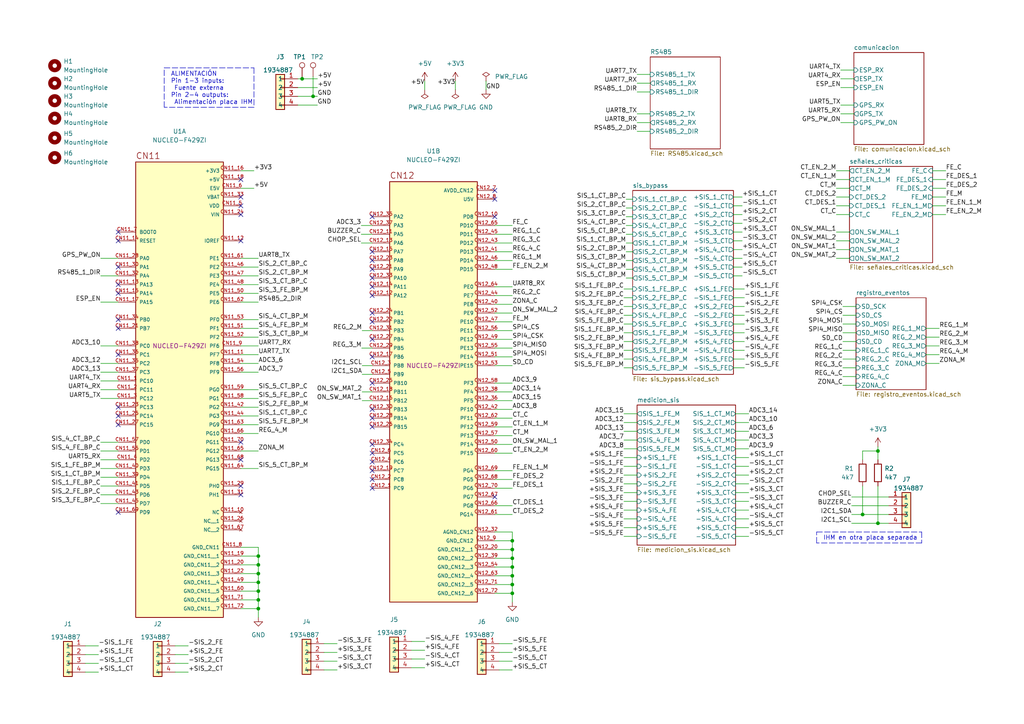
<source format=kicad_sch>
(kicad_sch (version 20211123) (generator eeschema)
  (paper "A4")
  (title_block (title "SAL/T") (date "2024-04-12") (rev "1.4") (company "Universidad de Buenos Aires") (comment 1 "Revisor: Adrian Laiuppa") (comment 2 "Autor: Martín Anús") (comment 3 "Placa principal"))
  (junction (at 74.93 166.37))
  (junction (at 148.59 164.465))
  (junction (at 74.93 168.91))
  (junction (at 90.805 27.94))
  (junction (at 74.93 176.53))
  (junction (at 74.93 161.29))
  (junction (at 148.59 156.845))
  (junction (at 148.59 169.545))
  (junction (at 87.63 22.86))
  (junction (at 254.635 130.81))
  (junction (at 74.93 173.99))
  (junction (at 148.59 161.925))
  (junction (at 74.93 171.45))
  (junction (at 148.59 167.005))
  (junction (at 254.635 151.765))
  (junction (at 148.59 159.385))
  (junction (at 250.19 149.225))
  (junction (at 148.59 172.085))
  (junction (at 74.93 163.83))
  (no_connect (at 69.85 128.27))
  (no_connect (at 34.29 102.87))
  (no_connect (at 107.95 85.725))
  (no_connect (at 34.29 148.59))
  (no_connect (at 107.95 98.425))
  (no_connect (at 34.29 95.25))
  (no_connect (at 107.95 139.065))
  (no_connect (at 34.29 82.55))
  (no_connect (at 69.85 52.07))
  (no_connect (at 34.29 69.85))
  (no_connect (at 34.29 123.19))
  (no_connect (at 107.95 62.865))
  (no_connect (at 143.51 57.785))
  (no_connect (at 143.51 62.865))
  (no_connect (at 107.95 131.445))
  (no_connect (at 143.51 144.145))
  (no_connect (at 69.85 133.35))
  (no_connect (at 107.95 90.805))
  (no_connect (at 34.29 67.31))
  (no_connect (at 107.95 73.025))
  (no_connect (at 107.95 83.185))
  (no_connect (at 107.95 133.985))
  (no_connect (at 69.85 59.69))
  (no_connect (at 107.95 103.505))
  (no_connect (at 107.95 121.285))
  (no_connect (at 34.29 120.65))
  (no_connect (at 107.95 93.345))
  (no_connect (at 107.95 128.905))
  (no_connect (at 69.85 57.15))
  (no_connect (at 34.29 118.11))
  (no_connect (at 34.29 85.09))
  (no_connect (at 143.51 55.245))
  (no_connect (at 34.29 92.71))
  (no_connect (at 69.85 69.85))
  (no_connect (at 34.29 77.47))
  (no_connect (at 107.95 75.565))
  (no_connect (at 69.85 143.51))
  (no_connect (at 107.95 78.105))
  (no_connect (at 69.85 140.97))
  (no_connect (at 107.95 118.745))
  (no_connect (at 107.95 80.645))
  (no_connect (at 69.85 62.23))
  (no_connect (at 107.95 111.125))
  (no_connect (at 107.95 136.525))
  (no_connect (at 107.95 123.825))
  (no_connect (at 107.95 141.605))
  (wire (pts (xy 148.59 186.69) (xy 144.78 186.69)))
  (wire (pts (xy 29.21 128.27) (xy 34.29 128.27)))
  (wire (pts (xy 213.36 147.955) (xy 217.17 147.955)))
  (polyline (pts (xy 236.855 157.48) (xy 236.855 154.305)))
  (wire (pts (xy 212.725 101.6) (xy 215.9 101.6)))
  (wire (pts (xy 92.075 30.48) (xy 86.36 30.48)))
  (wire (pts (xy 74.93 100.33) (xy 69.85 100.33)))
  (wire (pts (xy 74.93 130.81) (xy 69.85 130.81)))
  (wire (pts (xy 74.93 85.09) (xy 69.85 85.09)))
  (wire (pts (xy 105.029 113.665) (xy 107.95 113.665)))
  (wire (pts (xy 148.59 154.305) (xy 148.59 156.845)))
  (wire (pts (xy 74.93 176.53) (xy 74.93 179.07)))
  (wire (pts (xy 105.029 116.205) (xy 107.95 116.205)))
  (wire (pts (xy 74.93 77.47) (xy 69.85 77.47)))
  (wire (pts (xy 212.725 80.01) (xy 215.265 80.01)))
  (wire (pts (xy 254.635 129.54) (xy 254.635 130.81)))
  (wire (pts (xy 244.475 88.9) (xy 248.285 88.9)))
  (wire (pts (xy 148.59 156.845) (xy 148.59 159.385)))
  (wire (pts (xy 242.57 67.31) (xy 246.38 67.31)))
  (wire (pts (xy 250.19 130.81) (xy 250.19 133.35)))
  (wire (pts (xy 148.59 136.525) (xy 143.51 136.525)))
  (wire (pts (xy 74.93 97.79) (xy 69.85 97.79)))
  (wire (pts (xy 29.21 146.05) (xy 34.29 146.05)))
  (wire (pts (xy 242.57 57.15) (xy 246.38 57.15)))
  (wire (pts (xy 54.61 189.865) (xy 50.8 189.865)))
  (wire (pts (xy 148.59 121.285) (xy 143.51 121.285)))
  (wire (pts (xy 123.19 193.675) (xy 119.38 193.675)))
  (wire (pts (xy 148.59 167.005) (xy 143.51 167.005)))
  (wire (pts (xy 74.93 166.37) (xy 74.93 168.91)))
  (wire (pts (xy 184.785 38.1) (xy 188.595 38.1)))
  (wire (pts (xy 148.59 103.505) (xy 143.51 103.505)))
  (wire (pts (xy 212.725 77.47) (xy 215.265 77.47)))
  (wire (pts (xy 242.57 49.53) (xy 246.38 49.53)))
  (wire (pts (xy 148.59 100.965) (xy 143.51 100.965)))
  (wire (pts (xy 28.575 187.325) (xy 24.765 187.325)))
  (wire (pts (xy 148.59 167.005) (xy 148.59 169.545)))
  (wire (pts (xy 74.93 158.75) (xy 69.85 158.75)))
  (wire (pts (xy 250.19 149.225) (xy 247.015 149.225)))
  (wire (pts (xy 148.59 78.105) (xy 143.51 78.105)))
  (wire (pts (xy 268.605 102.87) (xy 272.415 102.87)))
  (wire (pts (xy 217.17 122.555) (xy 213.36 122.555)))
  (wire (pts (xy 184.785 142.875) (xy 180.975 142.875)))
  (wire (pts (xy 148.59 159.385) (xy 143.51 159.385)))
  (wire (pts (xy 148.59 67.945) (xy 143.51 67.945)))
  (wire (pts (xy 242.57 69.85) (xy 246.38 69.85)))
  (wire (pts (xy 74.93 92.71) (xy 69.85 92.71)))
  (wire (pts (xy 213.36 155.575) (xy 217.17 155.575)))
  (wire (pts (xy 243.84 20.32) (xy 247.65 20.32)))
  (wire (pts (xy 212.725 96.52) (xy 215.9 96.52)))
  (wire (pts (xy 74.93 176.53) (xy 69.85 176.53)))
  (wire (pts (xy 29.21 105.41) (xy 34.29 105.41)))
  (wire (pts (xy 54.61 192.405) (xy 50.8 192.405)))
  (wire (pts (xy 92.075 22.86) (xy 87.63 22.86)))
  (wire (pts (xy 184.785 135.255) (xy 180.975 135.255)))
  (wire (pts (xy 244.475 91.44) (xy 248.285 91.44)))
  (wire (pts (xy 212.725 99.06) (xy 215.9 99.06)))
  (wire (pts (xy 74.93 123.19) (xy 69.85 123.19)))
  (wire (pts (xy 34.29 138.43) (xy 29.21 138.43)))
  (wire (pts (xy 104.775 65.405) (xy 107.95 65.405)))
  (wire (pts (xy 270.51 62.23) (xy 274.32 62.23)))
  (wire (pts (xy 123.19 188.595) (xy 119.38 188.595)))
  (wire (pts (xy 29.21 110.49) (xy 34.29 110.49)))
  (wire (pts (xy 97.79 189.23) (xy 93.98 189.23)))
  (wire (pts (xy 181.61 78.105) (xy 183.515 78.105)))
  (wire (pts (xy 212.725 83.82) (xy 215.9 83.82)))
  (wire (pts (xy 148.59 98.425) (xy 143.51 98.425)))
  (wire (pts (xy 213.36 125.095) (xy 217.17 125.095)))
  (wire (pts (xy 247.015 151.765) (xy 254.635 151.765)))
  (wire (pts (xy 148.59 139.065) (xy 143.51 139.065)))
  (wire (pts (xy 74.93 163.83) (xy 74.93 166.37)))
  (wire (pts (xy 212.725 62.23) (xy 215.265 62.23)))
  (wire (pts (xy 180.975 96.52) (xy 183.515 96.52)))
  (wire (pts (xy 268.605 100.33) (xy 272.415 100.33)))
  (wire (pts (xy 270.51 49.53) (xy 274.32 49.53)))
  (wire (pts (xy 217.17 127.635) (xy 213.36 127.635)))
  (wire (pts (xy 181.61 70.485) (xy 183.515 70.485)))
  (wire (pts (xy 148.59 191.77) (xy 144.78 191.77)))
  (wire (pts (xy 268.605 97.79) (xy 272.415 97.79)))
  (wire (pts (xy 148.59 83.185) (xy 143.51 83.185)))
  (wire (pts (xy 29.21 135.89) (xy 34.29 135.89)))
  (wire (pts (xy 69.85 54.61) (xy 73.66 54.61)))
  (wire (pts (xy 270.51 54.61) (xy 274.32 54.61)))
  (wire (pts (xy 148.59 164.465) (xy 143.51 164.465)))
  (wire (pts (xy 213.36 153.035) (xy 217.17 153.035)))
  (wire (pts (xy 148.59 169.545) (xy 148.59 172.085)))
  (wire (pts (xy 148.59 164.465) (xy 148.59 167.005)))
  (wire (pts (xy 180.975 130.175) (xy 184.785 130.175)))
  (wire (pts (xy 184.785 132.715) (xy 180.975 132.715)))
  (wire (pts (xy 212.725 106.68) (xy 215.9 106.68)))
  (wire (pts (xy 148.59 75.565) (xy 143.51 75.565)))
  (wire (pts (xy 148.59 65.405) (xy 143.51 65.405)))
  (wire (pts (xy 148.59 85.725) (xy 143.51 85.725)))
  (wire (pts (xy 148.59 159.385) (xy 148.59 161.925)))
  (wire (pts (xy 29.21 115.57) (xy 34.29 115.57)))
  (wire (pts (xy 212.725 59.69) (xy 215.265 59.69)))
  (wire (pts (xy 212.725 104.14) (xy 215.9 104.14)))
  (wire (pts (xy 148.59 113.665) (xy 143.51 113.665)))
  (wire (pts (xy 243.84 22.86) (xy 247.65 22.86)))
  (wire (pts (xy 247.015 144.145) (xy 257.81 144.145)))
  (wire (pts (xy 28.575 189.865) (xy 24.765 189.865)))
  (wire (pts (xy 268.605 105.41) (xy 272.415 105.41)))
  (wire (pts (xy 54.61 194.945) (xy 50.8 194.945)))
  (wire (pts (xy 69.85 113.03) (xy 74.93 113.03)))
  (wire (pts (xy 180.975 104.14) (xy 183.515 104.14)))
  (wire (pts (xy 184.785 155.575) (xy 180.975 155.575)))
  (wire (pts (xy 244.475 93.98) (xy 248.285 93.98)))
  (wire (pts (xy 148.59 95.885) (xy 143.51 95.885)))
  (wire (pts (xy 74.93 173.99) (xy 74.93 176.53)))
  (wire (pts (xy 243.84 33.02) (xy 247.65 33.02)))
  (wire (pts (xy 213.36 142.875) (xy 217.17 142.875)))
  (wire (pts (xy 217.17 130.175) (xy 213.36 130.175)))
  (wire (pts (xy 244.475 101.6) (xy 248.285 101.6)))
  (wire (pts (xy 97.79 194.31) (xy 93.98 194.31)))
  (wire (pts (xy 180.975 83.82) (xy 183.515 83.82)))
  (wire (pts (xy 212.725 86.36) (xy 215.9 86.36)))
  (wire (pts (xy 181.61 67.945) (xy 183.515 67.945)))
  (wire (pts (xy 181.61 57.785) (xy 183.515 57.785)))
  (wire (pts (xy 74.93 95.25) (xy 69.85 95.25)))
  (wire (pts (xy 213.36 132.715) (xy 217.17 132.715)))
  (wire (pts (xy 28.575 192.405) (xy 24.765 192.405)))
  (wire (pts (xy 184.785 33.02) (xy 188.595 33.02)))
  (wire (pts (xy 212.725 91.44) (xy 215.9 91.44)))
  (wire (pts (xy 105.029 95.885) (xy 107.95 95.885)))
  (wire (pts (xy 92.075 25.4) (xy 86.36 25.4)))
  (wire (pts (xy 148.59 111.125) (xy 143.51 111.125)))
  (wire (pts (xy 148.59 172.085) (xy 143.51 172.085)))
  (wire (pts (xy 242.57 59.69) (xy 246.38 59.69)))
  (wire (pts (xy 74.93 120.65) (xy 69.85 120.65)))
  (wire (pts (xy 184.785 24.13) (xy 188.595 24.13)))
  (wire (pts (xy 123.19 191.135) (xy 119.38 191.135)))
  (wire (pts (xy 74.93 171.45) (xy 69.85 171.45)))
  (wire (pts (xy 212.725 72.39) (xy 215.265 72.39)))
  (polyline (pts (xy 267.335 154.305) (xy 267.335 157.48)))
  (wire (pts (xy 213.36 145.415) (xy 217.17 145.415)))
  (wire (pts (xy 74.93 158.75) (xy 74.93 161.29)))
  (wire (pts (xy 181.61 75.565) (xy 183.515 75.565)))
  (wire (pts (xy 97.79 191.77) (xy 93.98 191.77)))
  (wire (pts (xy 244.475 109.22) (xy 248.285 109.22)))
  (wire (pts (xy 180.975 127.635) (xy 184.785 127.635)))
  (wire (pts (xy 254.635 140.97) (xy 254.635 151.765)))
  (wire (pts (xy 74.93 161.29) (xy 74.93 163.83)))
  (wire (pts (xy 92.075 27.94) (xy 90.805 27.94)))
  (wire (pts (xy 87.63 22.86) (xy 86.36 22.86)))
  (wire (pts (xy 180.975 125.095) (xy 184.785 125.095)))
  (wire (pts (xy 104.902 100.965) (xy 107.95 100.965)))
  (wire (pts (xy 123.19 23.495) (xy 123.19 26.035)))
  (polyline (pts (xy 73.66 19.685) (xy 73.66 31.115)))
  (wire (pts (xy 74.93 105.41) (xy 69.85 105.41)))
  (wire (pts (xy 74.93 107.95) (xy 69.85 107.95)))
  (wire (pts (xy 140.97 26.035) (xy 140.97 23.495)))
  (wire (pts (xy 180.975 99.06) (xy 183.515 99.06)))
  (wire (pts (xy 74.93 161.29) (xy 69.85 161.29)))
  (wire (pts (xy 242.57 62.23) (xy 246.38 62.23)))
  (wire (pts (xy 212.725 74.93) (xy 215.265 74.93)))
  (wire (pts (xy 29.21 87.63) (xy 34.29 87.63)))
  (wire (pts (xy 254.635 130.81) (xy 250.19 130.81)))
  (wire (pts (xy 29.21 130.81) (xy 34.29 130.81)))
  (wire (pts (xy 242.57 54.61) (xy 246.38 54.61)))
  (wire (pts (xy 213.36 150.495) (xy 217.17 150.495)))
  (wire (pts (xy 180.975 86.36) (xy 183.515 86.36)))
  (wire (pts (xy 74.93 102.87) (xy 69.85 102.87)))
  (wire (pts (xy 244.475 111.76) (xy 248.285 111.76)))
  (wire (pts (xy 148.59 169.545) (xy 143.51 169.545)))
  (wire (pts (xy 181.61 65.405) (xy 183.515 65.405)))
  (wire (pts (xy 184.785 153.035) (xy 180.975 153.035)))
  (wire (pts (xy 213.36 135.255) (xy 217.17 135.255)))
  (wire (pts (xy 74.93 80.01) (xy 69.85 80.01)))
  (wire (pts (xy 148.59 194.31) (xy 144.78 194.31)))
  (wire (pts (xy 180.975 93.98) (xy 183.515 93.98)))
  (wire (pts (xy 212.725 69.85) (xy 215.265 69.85)))
  (wire (pts (xy 29.21 107.95) (xy 34.29 107.95)))
  (wire (pts (xy 74.93 118.11) (xy 69.85 118.11)))
  (wire (pts (xy 244.475 104.14) (xy 248.285 104.14)))
  (wire (pts (xy 212.725 57.15) (xy 215.265 57.15)))
  (wire (pts (xy 90.805 27.94) (xy 86.36 27.94)))
  (wire (pts (xy 181.61 62.865) (xy 183.515 62.865)))
  (wire (pts (xy 148.59 189.23) (xy 144.78 189.23)))
  (wire (pts (xy 29.21 74.93) (xy 34.29 74.93)))
  (wire (pts (xy 148.59 118.745) (xy 143.51 118.745)))
  (wire (pts (xy 28.575 194.945) (xy 24.765 194.945)))
  (wire (pts (xy 97.79 186.69) (xy 93.98 186.69)))
  (polyline (pts (xy 47.625 31.115) (xy 47.625 19.685)))
  (polyline (pts (xy 236.855 154.305) (xy 267.335 154.305)))
  (wire (pts (xy 148.59 156.845) (xy 143.51 156.845)))
  (wire (pts (xy 29.21 143.51) (xy 34.29 143.51)))
  (wire (pts (xy 242.57 74.93) (xy 246.38 74.93)))
  (polyline (pts (xy 47.625 19.685) (xy 73.66 19.685)))
  (wire (pts (xy 69.85 49.53) (xy 73.66 49.53)))
  (wire (pts (xy 105.029 106.045) (xy 107.95 106.045)))
  (wire (pts (xy 148.59 149.225) (xy 143.51 149.225)))
  (wire (pts (xy 29.21 140.97) (xy 34.29 140.97)))
  (wire (pts (xy 243.84 25.4) (xy 247.65 25.4)))
  (wire (pts (xy 184.785 140.335) (xy 180.975 140.335)))
  (wire (pts (xy 74.93 115.57) (xy 69.85 115.57)))
  (wire (pts (xy 148.59 146.685) (xy 143.51 146.685)))
  (wire (pts (xy 213.36 140.335) (xy 217.17 140.335)))
  (wire (pts (xy 184.785 150.495) (xy 180.975 150.495)))
  (polyline (pts (xy 73.66 31.115) (xy 47.625 31.115)))
  (wire (pts (xy 148.59 172.085) (xy 148.59 174.625)))
  (wire (pts (xy 29.21 100.33) (xy 34.29 100.33)))
  (polyline (pts (xy 267.335 157.48) (xy 236.855 157.48)))
  (wire (pts (xy 54.61 187.325) (xy 50.8 187.325)))
  (wire (pts (xy 74.93 82.55) (xy 69.85 82.55)))
  (wire (pts (xy 74.93 168.91) (xy 69.85 168.91)))
  (wire (pts (xy 270.51 57.15) (xy 274.32 57.15)))
  (wire (pts (xy 105.029 108.585) (xy 107.95 108.585)))
  (wire (pts (xy 270.51 52.07) (xy 274.32 52.07)))
  (wire (pts (xy 270.51 59.69) (xy 274.32 59.69)))
  (wire (pts (xy 148.59 90.805) (xy 143.51 90.805)))
  (wire (pts (xy 180.975 106.68) (xy 183.515 106.68)))
  (wire (pts (xy 243.84 35.56) (xy 247.65 35.56)))
  (wire (pts (xy 148.59 70.485) (xy 143.51 70.485)))
  (wire (pts (xy 104.775 67.945) (xy 107.95 67.945)))
  (wire (pts (xy 213.36 137.795) (xy 217.17 137.795)))
  (wire (pts (xy 184.785 21.59) (xy 188.595 21.59)))
  (wire (pts (xy 148.59 116.205) (xy 143.51 116.205)))
  (wire (pts (xy 74.93 163.83) (xy 69.85 163.83)))
  (wire (pts (xy 29.21 133.35) (xy 34.29 133.35)))
  (wire (pts (xy 148.59 106.045) (xy 143.51 106.045)))
  (wire (pts (xy 212.725 67.31) (xy 215.265 67.31)))
  (wire (pts (xy 132.08 26.035) (xy 132.08 23.495)))
  (wire (pts (xy 74.93 173.99) (xy 69.85 173.99)))
  (wire (pts (xy 250.19 140.97) (xy 250.19 149.225)))
  (wire (pts (xy 104.775 70.485) (xy 107.95 70.485)))
  (wire (pts (xy 74.93 125.73) (xy 69.85 125.73)))
  (wire (pts (xy 184.785 145.415) (xy 180.975 145.415)))
  (wire (pts (xy 148.59 126.365) (xy 143.51 126.365)))
  (wire (pts (xy 180.975 122.555) (xy 184.785 122.555)))
  (wire (pts (xy 254.635 133.35) (xy 254.635 130.81)))
  (wire (pts (xy 217.17 120.015) (xy 213.36 120.015)))
  (wire (pts (xy 212.725 88.9) (xy 215.9 88.9)))
  (wire (pts (xy 148.59 93.345) (xy 143.51 93.345)))
  (wire (pts (xy 148.59 161.925) (xy 148.59 164.465)))
  (wire (pts (xy 184.785 26.67) (xy 188.595 26.67)))
  (wire (pts (xy 244.475 99.06) (xy 248.285 99.06)))
  (wire (pts (xy 69.85 74.93) (xy 74.93 74.93)))
  (wire (pts (xy 148.59 88.265) (xy 143.51 88.265)))
  (wire (pts (xy 123.19 186.055) (xy 119.38 186.055)))
  (wire (pts (xy 180.975 88.9) (xy 183.515 88.9)))
  (wire (pts (xy 242.57 72.39) (xy 246.38 72.39)))
  (wire (pts (xy 242.57 52.07) (xy 246.38 52.07)))
  (wire (pts (xy 74.93 87.63) (xy 69.85 87.63)))
  (wire (pts (xy 74.93 166.37) (xy 69.85 166.37)))
  (wire (pts (xy 244.475 96.52) (xy 248.285 96.52)))
  (wire (pts (xy 29.21 113.03) (xy 34.29 113.03)))
  (wire (pts (xy 257.81 149.225) (xy 250.19 149.225)))
  (wire (pts (xy 148.59 154.305) (xy 143.51 154.305)))
  (wire (pts (xy 148.59 123.825) (xy 143.51 123.825)))
  (wire (pts (xy 90.805 22.225) (xy 90.805 27.94)))
  (wire (pts (xy 243.84 30.48) (xy 247.65 30.48)))
  (wire (pts (xy 180.975 91.44) (xy 183.515 91.44)))
  (wire (pts (xy 254.635 151.765) (xy 257.81 151.765)))
  (wire (pts (xy 87.63 22.225) (xy 87.63 22.86)))
  (wire (pts (xy 180.975 101.6) (xy 183.515 101.6)))
  (wire (pts (xy 148.59 161.925) (xy 143.51 161.925)))
  (wire (pts (xy 184.785 137.795) (xy 180.975 137.795)))
  (wire (pts (xy 29.21 80.01) (xy 34.29 80.01)))
  (wire (pts (xy 212.725 93.98) (xy 215.9 93.98)))
  (wire (pts (xy 148.59 141.605) (xy 143.51 141.605)))
  (wire (pts (xy 181.61 60.325) (xy 183.515 60.325)))
  (wire (pts (xy 268.605 95.25) (xy 272.415 95.25)))
  (wire (pts (xy 74.93 135.89) (xy 69.85 135.89)))
  (wire (pts (xy 148.59 131.445) (xy 143.51 131.445)))
  (wire (pts (xy 148.59 128.905) (xy 143.51 128.905)))
  (wire (pts (xy 244.475 106.68) (xy 248.285 106.68)))
  (wire (pts (xy 181.61 80.645) (xy 183.515 80.645)))
  (wire (pts (xy 184.785 147.955) (xy 180.975 147.955)))
  (wire (pts (xy 180.975 120.015) (xy 184.785 120.015)))
  (wire (pts (xy 74.93 171.45) (xy 74.93 173.99)))
  (wire (pts (xy 212.725 64.77) (xy 215.265 64.77)))
  (wire (pts (xy 184.785 35.56) (xy 188.595 35.56)))
  (wire (pts (xy 74.93 168.91) (xy 74.93 171.45)))
  (wire (pts (xy 247.015 146.685) (xy 257.81 146.685)))
  (wire (pts (xy 181.61 73.025) (xy 183.515 73.025)))
  (wire (pts (xy 148.59 73.025) (xy 143.51 73.025)))
  (text "ALIMENTACIÓN\nPin 1-3 inputs: \n Fuente externa\nPin 2-4 outputs: \n Alimentación placa IHM" (at 49.53 30.48 0) (effects (font (size 1.27 1.27)) (justify left bottom)))
  (text "(kicad_pcb (version 20211014) (generator pcbnew)\n\n(layers\n  (0 \"F.Cu\" signal)\n  (31 \"B.Cu\" power)\n  (32 \"B.Adhes\" user \"B.Adhesive\")\n  (33 \"F.Adhes\" user \"F.Adhesive\")\n  (34 \"B.Paste\" user)\n  (35 \"F.Paste\" user)\n  (36 \"B.SilkS\" user \"B.Silkscreen\")\n  (37 \"F.SilkS\" user \"F.Silkscreen\")\n  (38 \"B.Mask\" user)\n  (39 \"F.Mask\" user)\n  (40 \"Dwgs.User\" user \"User.Drawings\")\n  (41 \"Cmts.User\" user \"User.Comments\")\n  (42 \"Eco1.User\" user \"User.Eco1\")\n  (43 \"Eco2.User\" user \"User.Eco2\")\n  (44 \"Edge.Cuts\" user)\n  (45 \"Margin\" user)\n  (46 \"B.CrtYd\" user \"B.Courtyard\")\n  (47 \"F.CrtYd\" user \"F.Courtyard\")\n  (48 \"B.Fab\" user)\n  (49 \"F.Fab\" user)\n  (50 \"User.1\" user)\n  (51 \"User.2\" user)\n  (52 \"User.3\" user)\n  (53 \"User.4\" user)\n  (54 \"User.5\" user)\n  (55 \"User.6\" user)\n  (56 \"User.7\" user)\n  (57 \"User.8\" user)\n  (58 \"User.9\" user)\n)\n\n(net 0 \"\")\n(net 1 \"+5V\")\n(net 2 \"GND\")\n(net 3 \"Net-(C5-Pad1)\")\n(net 4 \"+3V3\")\n(net 5 \"/medicion_sis/-5V\")\n(net 6 \"Net-(D7-Pad1)\")\n(net 7 \"Net-(D7-Pad2)\")\n(net 8 \"Net-(D8-Pad1)\")\n(net 9 \"Net-(D9-Pad1)\")\n(net 10 \"Net-(D10-Pad1)\")\n(net 11 \"Net-(D11-Pad1)\")\n(net 12 \"Net-(D12-Pad1)\")\n(net 13 \"Net-(D13-Pad1)\")\n(net 14 \"Net-(D14-Pad1)\")\n(net 15 \"Net-(D15-Pad1)\")\n(net 16 \"Net-(D16-Pad1)\")\n(net 17 \"Net-(D17-Pad1)\")\n(net 18 \"Net-(D18-Pad1)\")\n(net 19 \"Net-(D19-Pad1)\")\n(net 20 \"Net-(D20-Pad1)\")\n(net 21 \"Net-(D21-Pad1)\")\n(net 22 \"Net-(D22-Pad1)\")\n(net 23 \"Net-(D23-Pad1)\")\n(net 24 \"Net-(D24-Pad1)\")\n(net 25 \"Net-(D25-Pad1)\")\n(net 26 \"Net-(D26-Pad1)\")\n(net 27 \"Net-(D27-Pad1)\")\n(net 28 \"Net-(D28-Pad1)\")\n(net 29 \"/GPS_PW_ON\")\n(net 30 \"/SIS_1_FE_BP_C\")\n(net 31 \"/SIS_2_FE_BP_C\")\n(net 32 \"/SIS_3_FE_BP_C\")\n(net 33 \"/SIS_4_FE_BP_C\")\n(net 34 \"/SIS_5_FE_BP_C\")\n(net 35 \"unconnected-(IC2-Pad7)\")\n(net 36 \"unconnected-(IC2-Pad10)\")\n(net 37 \"/CT_C\")\n(net 38 \"/CT_DES_1\")\n(net 39 \"/CT_DES_2\")\n(net 40 \"/FE_C\")\n(net 41 \"/FE_DES_1\")\n(net 42 \"/FE_DES_2\")\n(net 43 \"unconnected-(IC3-Pad7)\")\n(net 44 \"unconnected-(IC3-Pad10)\")\n(net 45 \"/señales_criticas/FE_DES_2_PW\")\n(net 46 \"/señales_criticas/FE_DES_1_PW\")\n(net 47 \"/señales_criticas/FE_C_PW\")\n(net 48 \"/señales_criticas/CT_DES_2_PW\")\n(net 49 \"/señales_criticas/CT_DES_1_PW\")\n(net 50 \"/señales_criticas/CT_C_PW\")\n(net 51 \"/SIS_1_CT_BP_C\")\n(net 52 \"/SIS_2_CT_BP_C\")\n(net 53 \"/SIS_3_CT_BP_C\")\n(net 54 \"/SIS_4_CT_BP_C\")\n(net 55 \"/SIS_5_CT_BP_C\")\n(net 56 \"unconnected-(IC4-Pad6)\")\n(net 57 \"unconnected-(IC4-Pad7)\")\n(net 58 \"unconnected-(IC4-Pad10)\")\n(net 59 \"unconnected-(IC4-Pad11)\")\n(net 60 \"/REG_1_C\")\n(net 61 \"/REG_2_C\")\n(net 62 \"/REG_3_C\")\n(net 63 \"/REG_4_C\")\n(net 64 \"/ZONA_C\")\n(net 65 \"unconnected-(IC5-Pad6)\")\n(net 66 \"unconnected-(IC5-Pad7)\")\n(net 67 \"unconnected-(IC5-Pad10)\")\n(net 68 \"unconnected-(IC5-Pad11)\")\n(net 69 \"/registro_eventos/ZONA_PW\")\n(net 70 \"/registro_eventos/REG_4_PW\")\n(net 71 \"/registro_eventos/REG_3_PW\")\n(net 72 \"/registro_eventos/REG_2_PW\")\n(net 73 \"/registro_eventos/REG_1_PW\")\n(net 74 \"unconnected-(IC6-Pad1)\")\n(net 75 \"Net-(IC6-Pad2)\")\n(net 76 \"Net-(IC6-Pad3)\")\n(net 77 \"/ADC3_9\")\n(net 78 \"unconnected-(IC6-Pad8)\")\n(net 79 \"unconnected-(IC7-Pad1)\")\n(net 80 \"unconnected-(IC7-Pad6)\")\n(net 81 \"unconnected-(IC7-Pad7)\")\n(net 82 \"unconnected-(IC8-Pad1)\")\n(net 83 \"Net-(IC8-Pad2)\")\n(net 84 \"Net-(IC8-Pad3)\")\n(net 85 \"/ADC3_15\")\n(net 86 \"unconnected-(IC8-Pad8)\")\n(net 87 \"unconnected-(IC9-Pad1)\")\n(net 88 \"Net-(IC9-Pad2)\")\n(net 89 \"Net-(IC9-Pad3)\")\n(net 90 \"/ADC3_3\")\n(net 91 \"unconnected-(IC9-Pad8)\")\n(net 92 \"unconnected-(IC10-Pad1)\")\n(net 93 \"Net-(IC10-Pad2)\")\n(net 94 \"Net-(IC10-Pad3)\")\n(net 95 \"/ADC3_6\")\n(net 96 \"unconnected-(IC10-Pad8)\")\n(net 97 \"unconnected-(IC11-Pad1)\")\n(net 98 \"Net-(IC11-Pad2)\")\n(net 99 \"Net-(IC11-Pad3)\")\n(net 100 \"/ADC3_7\")\n(net 101 \"unconnected-(IC11-Pad8)\")\n(net 102 \"unconnected-(IC12-Pad1)\")\n(net 103 \"Net-(IC12-Pad2)\")\n(net 104 \"Net-(IC12-Pad3)\")\n(net 105 \"/ADC3_8\")\n(net 106 \"unconnected-(IC12-Pad8)\")\n(net 107 \"unconnected-(IC13-Pad1)\")\n(net 108 \"Net-(IC13-Pad2)\")\n(net 109 \"Net-(IC13-Pad3)\")\n(net 110 \"/ADC3_10\")\n(net 111 \"unconnected-(IC13-Pad8)\")\n(net 112 \"unconnected-(IC14-Pad1)\")\n(net 113 \"Net-(IC14-Pad2)\")\n(net 114 \"Net-(IC14-Pad3)\")\n(net 115 \"/ADC3_12\")\n(net 116 \"unconnected-(IC14-Pad8)\")\n(net 117 \"unconnected-(IC15-Pad1)\")\n(net 118 \"Net-(IC15-Pad2)\")\n(net 119 \"Net-(IC15-Pad3)\")\n(net 120 \"/ADC3_13\")\n(net 121 \"unconnected-(IC15-Pad8)\")\n(net 122 \"unconnected-(IC16-Pad1)\")\n(net 123 \"Net-(IC16-Pad2)\")\n(net 124 \"Net-(IC16-Pad3)\")\n(net 125 \"/ADC3_14\")\n(net 126 \"unconnected-(IC16-Pad8)\")\n(net 127 \"/+SIS_1_FE\")\n(net 128 \"/-SIS_1_FE\")\n(net 129 \"/+SIS_1_CT\")\n(net 130 \"/-SIS_1_CT\")\n(net 131 \"/+SIS_2_FE\")\n(net 132 \"/-SIS_2_FE\")\n(net 133 \"/+SIS_2_CT\")\n(net 134 \"/-SIS_2_CT\")\n(net 135 \"/+SIS_3_FE\")\n(net 136 \"/-SIS_3_FE\")\n(net 137 \"/+SIS_3_CT\")\n(net 138 \"/-SIS_3_CT\")\n(net 139 \"/+SIS_4_FE\")\n(net 140 \"/-SIS_4_FE\")\n(net 141 \"/+SIS_4_CT\")\n(net 142 \"/-SIS_4_CT\")\n(net 143 \"/+SIS_5_FE\")\n(net 144 \"/-SIS_5_FE\")\n(net 145 \"/+SIS_5_CT\")\n(net 146 \"/-SIS_5_CT\")\n(net 147 \"/CHOP_SEL\")\n(net 148 \"/BUZZER_C\")\n(net 149 \"/I2C1_SDA\")\n(net 150 \"/I2C1_SCL\")\n(net 151 \"unconnected-(J10-Pad2)\")\n(net 152 \"unconnected-(J10-Pad3)\")\n(net 153 \"unconnected-(J11-Pad2)\")\n(net 154 \"unconnected-(J11-Pad3)\")\n(net 155 \"/ON_SW_MAL_2\")\n(net 156 \"/ON_SW_MAL_1\")\n(net 157 \"/señales_criticas/CT_OUT\")\n(net 158 \"/señales_criticas/CT_ACT\")\n(net 159 \"/señales_criticas/CT_IN\")\n(net 160 \"/señales_criticas/FE_OUT\")\n(net 161 \"/señales_criticas/FE_ACT\")\n(net 162 \"/señales_criticas/FE_IN\")\n(net 163 \"/ON_SW_MAT_2\")\n(net 164 \"/ON_SW_MAT_1\")\n(net 165 \"/registro_eventos/REG_1_OUT_NO\")\n(net 166 \"/registro_eventos/REG_1_OUT_NC\")\n(net 167 \"/registro_eventos/REG_1_IN\")\n(net 168 \"/registro_eventos/REG_2_OUT_NO\")\n(net 169 \"/registro_eventos/REG_2_OUT_NC\")\n(net 170 \"/registro_eventos/REG_2_IN\")\n(net 171 \"/registro_eventos/REG_3_OUT_NO\")\n(net 172 \"/registro_eventos/REG_3_OUT_NC\")\n(net 173 \"/registro_eventos/REG_3_IN\")\n(net 174 \"/registro_eventos/REG_4_OUT_NO\")\n(net 175 \"/registro_eventos/REG_4_OUT_NC\")\n(net 176 \"/registro_eventos/REG_4_IN\")\n(net 177 \"/registro_eventos/ZONA_OUT_NO\")\n(net 178 \"/registro_eventos/ZONA_OUT_NC\")\n(net 179 \"/registro_eventos/ZONA_IN\")\n(net 180 \"Net-(J21-Pad1)\")\n(net 181 \"/SPI4_CS\")\n(net 182 \"/SPI4_MOSI\")\n(net 183 \"/SPI4_CSK\")\n(net 184 \"/SPI4_MISO\")\n(net 185 \"Net-(J21-Pad8)\")\n(net 186 \"/SD_CD\")\n(net 187 \"/UART8_DIR\")\n(net 188 \"Net-(JP1-Pad2)\")\n(net 189 \"/UART7_DIR\")\n(net 190 \"Net-(JP2-Pad2)\")\n(net 191 \"Net-(JP3-Pad2)\")\n(net 192 \"Net-(JP4-Pad1)\")\n(net 193 \"Net-(JP5-Pad1)\")\n(net 194 \"Net-(JP6-Pad2)\")\n(net 195 \"Net-(JP7-Pad1)\")\n(net 196 \"Net-(JP8-Pad1)\")\n(net 197 \"/SIS_3_FE_BP_M\")\n(net 198 \"/SIS_2_FE_BP_M\")\n(net 199 \"/SIS_1_FE_BP_M\")\n(net 200 \"/SIS_4_FE_BP_M\")\n(net 201 \"/SIS_5_FE_BP_M\")\n(net 202 \"/CT_EN_1_M\")\n(net 203 \"/señales_criticas/CT_EN\")\n(net 204 \"/CT_EN_2_M\")\n(net 205 \"/CT_M\")\n(net 206 \"/FE_EN_1_M\")\n(net 207 \"/señales_criticas/FE_EN\")\n(net 208 \"/FE_EN_2_M\")\n(net 209 \"/FE_M\")\n(net 210 \"/SIS_3_CT_BP_M\")\n(net 211 \"unconnected-(K12-Pad7)\")\n(net 212 \"/SIS_2_CT_BP_M\")\n(net 213 \"unconnected-(K13-Pad7)\")\n(net 214 \"/SIS_1_CT_BP_M\")\n(net 215 \"unconnected-(K14-Pad7)\")\n(net 216 \"/SIS_4_CT_BP_M\")\n(net 217 \"unconnected-(K15-Pad7)\")\n(net 218 \"/SIS_5_CT_BP_M\")\n(net 219 \"unconnected-(K16-Pad7)\")\n(net 220 \"/REG_2_M\")\n(net 221 \"/REG_1_M\")\n(net 222 \"/REG_4_M\")\n(net 223 \"/ZONA_M\")\n(net 224 \"/REG_3_M\")\n(net 225 \"/UART8_RX\")\n(net 226 \"/UART7_RX\")\n(net 227 \"/UART8_TX\")\n(net 228 \"/UART7_TX\")\n(net 229 \"/UART4_TX\")\n(net 230 \"/UART5_TX\")\n(net 231 \"/UART4_RX\")\n(net 232 \"/UART5_RX\")\n(net 233 \"/ESP_EN\")\n(net 234 \"unconnected-(U1-PadCN11_6)\")\n(net 235 \"unconnected-(U1-PadCN11_7)\")\n(net 236 \"unconnected-(U1-PadCN11_10)\")\n(net 237 \"unconnected-(U1-PadCN11_12)\")\n(net 238 \"unconnected-(U1-PadCN11_14)\")\n(net 239 \"unconnected-(U1-PadCN11_26)\")\n(net 240 \"unconnected-(U1-PadCN11_29)\")\n(net 241 \"unconnected-(U1-PadCN11_31)\")\n(net 242 \"unconnected-(U1-PadCN11_32)\")\n(net 243 \"unconnected-(U1-PadCN11_34)\")\n(net 244 \"unconnected-(U1-PadCN11_36)\")\n(net 245 \"unconnected-(U1-PadCN11_42)\")\n(net 246 \"unconnected-(U1-PadCN11_44)\")\n(net 247 \"unconnected-(U1-PadCN11_41)\")\n(net 248 \"unconnected-(U1-PadCN11_67)\")\n(net 249 \"unconnected-(U1-PadCN11_43)\")\n(net 250 \"unconnected-(U1-PadCN11_48)\")\n(net 251 \"unconnected-(U1-PadCN11_52)\")\n(net 252 \"unconnected-(U1-PadCN12_6)\")\n(net 253 \"unconnected-(U1-PadCN12_8)\")\n(net 254 \"unconnected-(U1-PadCN12_10)\")\n(net 255 \"unconnected-(U1-PadCN12_12)\")\n(net 256 \"unconnected-(U1-PadCN12_14)\")\n(net 257 \"unconnected-(U1-PadCN12_15)\")\n(net 258 \"unconnected-(U1-PadCN12_21)\")\n(net 259 \"unconnected-(U1-PadCN12_22)\")\n(net 260 \"unconnected-(U1-PadCN12_23)\")\n(net 261 \"unconnected-(U1-PadCN12_28)\")\n(net 262 \"unconnected-(U1-PadCN12_30)\")\n(net 263 \"unconnected-(U1-PadCN12_31)\")\n(net 264 \"unconnected-(U1-PadCN12_33)\")\n(net 265 \"unconnected-(U1-PadCN12_34)\")\n(net 266 \"unconnected-(U1-PadCN12_35)\")\n(net 267 \"unconnected-(U1-PadCN12_57)\")\n(net 268 \"unconnected-(U1-PadCN12_65)\")\n(net 269 \"unconnected-(U1-PadCN12_67)\")\n(net 270 \"unconnected-(U1-PadCN12_69)\")\n(net 271 \"unconnected-(U1-PadCN12_70)\")\n(net 272 \"unconnected-(U5-PadJ2-1)\")\n(net 273 \"unconnected-(U5-PadJ2-3)\")\n(net 274 \"unconnected-(U5-PadJ2-4)\")\n(net 275 \"unconnected-(U5-PadJ2-5)\")\n(net 276 \"unconnected-(U5-PadJ2-6)\")\n(net 277 \"unconnected-(U5-PadJ2-7)\")\n(net 278 \"unconnected-(U5-PadJ2-8)\")\n(net 279 \"unconnected-(U5-PadJ2-9)\")\n(net 280 \"unconnected-(U5-PadJ2-10)\")\n(net 281 \"unconnected-(U5-PadJ2-11)\")\n(net 282 \"unconnected-(U5-PadJ2-12)\")\n(net 283 \"unconnected-(U5-PadJ2-13)\")\n(net 284 \"unconnected-(U5-PadJ2-15)\")\n(net 285 \"unconnected-(U5-PadJ2-16)\")\n(net 286 \"unconnected-(U5-PadJ2-17)\")\n(net 287 \"unconnected-(U5-PadJ2-18)\")\n(net 288 \"unconnected-(U5-PadJ3-2)\")\n(net 289 \"unconnected-(U5-PadJ3-3)\")\n(net 290 \"unconnected-(U5-PadJ3-4)\")\n(net 291 \"unconnected-(U5-PadJ3-5)\")\n(net 292 \"unconnected-(U5-PadJ3-6)\")\n(net 293 \"unconnected-(U5-PadJ3-7)\")\n(net 294 \"unconnected-(U5-PadJ3-8)\")\n(net 295 \"unconnected-(U5-PadJ3-9)\")\n(net 296 \"unconnected-(U5-PadJ3-10)\")\n(net 297 \"unconnected-(U5-PadJ3-13)\")\n(net 298 \"unconnected-(U5-PadJ3-14)\")\n(net 299 \"unconnected-(U5-PadJ3-15)\")\n(net 300 \"unconnected-(U5-PadJ3-16)\")\n(net 301 \"unconnected-(U5-PadJ3-17)\")\n(net 302 \"unconnected-(U5-PadJ3-18)\")\n(net 303 \"unconnected-(U5-PadJ3-19)\")\n(net 304 \"Net-(C2-Pad1)\")\n(net 305 \"Net-(D1-Pad1)\")\n(net 306 \"Net-(D2-Pad1)\")\n(net 307 \"Net-(D4-Pad1)\")\n(net 308 \"Net-(D5-Pad1)\")\n(net 309 \"Net-(F2-Pad2)\")\n(net 310 \"Net-(F3-Pad2)\")\n(net 311 \"Net-(F4-Pad2)\")\n(net 312 \"Net-(C1-Pad1)\")\n(net 313 \"Net-(F1-Pad2)\")\n(net 314 \"Net-(J9-Pad1)\")\n(net 315 \"Net-(J8-Pad1)\")\n(net 316 \"Net-(C10-Pad1)\")\n(net 317 \"Net-(C13-Pad2)\")\n(net 318 \"Net-(C13-Pad1)\")\n(net 319 \"Net-(C8-Pad1)\")\n(net 320 \"Net-(C7-Pad1)\")\n(net 321 \"Net-(C9-Pad1)\")\n(net 322 \"Net-(IC7-Pad8)\")\n(net 323 \"Net-(C12-Pad1)\")\n(net 324 \"/sis_bypass/SIS_1_CT_BP_PW\")\n(net 325 \"/sis_bypass/SIS_1_FE_BP_PW\")\n(net 326 \"/sis_bypass/SIS_2_CT_BP_PW\")\n(net 327 \"/sis_bypass/SIS_2_FE_BP_PW\")\n(net 328 \"/sis_bypass/SIS_3_CT_BP_PW\")\n(net 329 \"/sis_bypass/SIS_3_FE_BP_PW\")\n(net 330 \"unconnected-(IC4-Pad5)\")\n(net 331 \"unconnected-(IC4-Pad12)\")\n(net 332 \"/sis_bypass/SIS_5_FE_BP_PW\")\n(net 333 \"/sis_bypass/SIS_5_CT_BP_PW\")\n(net 334 \"/sis_bypass/SIS_4_FE_BP_PW\")\n(net 335 \"/sis_bypass/SIS_4_CT_BP_PW\")\n(net 336 \"unconnected-(K6-Pad5)\")\n(net 337 \"unconnected-(K2-Pad5)\")\n(net 338 \"unconnected-(K3-Pad5)\")\n(net 339 \"unconnected-(K5-Pad5)\")\n(net 340 \"unconnected-(K7-Pad7)\")\n(net 341 \"unconnected-(K8-Pad7)\")\n(net 342 \"unconnected-(K9-Pad7)\")\n(net 343 \"unconnected-(K10-Pad7)\")\n(net 344 \"unconnected-(K11-Pad7)\")\n(net 345 \"unconnected-(U1-PadCN11_39)\")\n(net 346 \"unconnected-(U1-PadCN11_40)\")\n(net 347 \"unconnected-(U1-PadCN11_46)\")\n(net 348 \"unconnected-(U1-PadCN11_55)\")\n(net 349 \"unconnected-(U1-PadCN11_57)\")\n(net 350 \"unconnected-(U1-PadCN12_1)\")\n(net 351 \"unconnected-(U1-PadCN12_2)\")\n\n\n  (gr_text \"NC\" (at 0 0) (layer \"B.Cu\") (tstamp 8850be95-4799-4c70-bb3e-66617bde664b)\n    (effects (font (size 1.5 1.5) (thickness 0.3)))\n  )\n\n)" (at 451.485 212.725 0) (effects (font (size 1.27 1.27)) (justify left bottom)))
  (text "IHM en otra placa separada" (at 238.76 156.845 0) (effects (font (size 1.27 1.27)) (justify left bottom)))
  (label "ADC3_7" (at 74.93 107.95 0))
  (label "UART8_TX" (at 184.785 33.02 180))
  (label "SIS_5_FE_BP_M" (at 74.93 123.19 0))
  (label "-SIS_1_FE" (at 180.975 135.255 180))
  (label "SIS_2_CT_BP_C" (at 181.61 60.325 180))
  (label "+5V" (at 123.19 24.765 180))
  (label "SIS_4_FE_BP_M" (at 74.93 95.25 0))
  (label "SPI4_MISO" (at 148.59 100.965 0))
  (label "SIS_5_CT_BP_C" (at 74.93 113.03 0))
  (label "+SIS_5_CT" (at 217.17 153.035 0))
  (label "+3V3" (at 132.08 24.765 180))
  (label "ADC3_12" (at 180.975 122.555 180))
  (label "UART5_RX" (at 243.84 33.02 180))
  (label "-SIS_5_FE" (at 148.59 186.69 0))
  (label "BUZZER_C" (at 247.015 146.685 180))
  (label "ON_SW_MAL_2" (at 148.59 90.805 0))
  (label "SIS_4_FE_BP_M" (at 180.975 104.14 180))
  (label "REG_3_M" (at 104.902 100.965 180))
  (label "SIS_3_CT_BP_M" (at 181.61 75.565 180))
  (label "+5V" (at 92.075 22.86 0))
  (label "-SIS_3_FE" (at 215.9 96.52 0))
  (label "FE_EN_1_M" (at 274.32 59.69 0))
  (label "REG_2_C" (at 244.475 104.14 180))
  (label "-SIS_1_FE" (at 215.9 86.36 0))
  (label "ADC3_6" (at 74.93 105.41 0))
  (label "+SIS_3_CT" (at 217.17 142.875 0))
  (label "REG_1_M" (at 272.415 95.25 0))
  (label "ESP_EN" (at 243.84 25.4 180))
  (label "UART4_TX" (at 243.84 20.32 180))
  (label "SPI4_CSK" (at 148.59 98.425 0))
  (label "UART7_RX" (at 184.785 24.13 180))
  (label "ADC3_14" (at 217.17 120.015 0))
  (label "SIS_3_FE_BP_C" (at 29.21 146.05 180))
  (label "SD_CD" (at 244.475 99.06 180))
  (label "RS485_2_DIR" (at 184.785 38.1 180))
  (label "ZONA_M" (at 74.93 130.81 0))
  (label "-SIS_2_FE" (at 215.9 91.44 0))
  (label "+SIS_5_CT" (at 215.265 77.47 0))
  (label "SPI4_MOSI" (at 148.59 103.505 0))
  (label "REG_4_C" (at 148.59 73.025 0))
  (label "CT_EN_1_M" (at 148.59 123.825 0))
  (label "ADC3_8" (at 180.975 130.175 180))
  (label "-SIS_4_CT" (at 217.17 150.495 0))
  (label "+SIS_5_CT" (at 148.59 194.31 0))
  (label "+SIS_2_FE" (at 54.61 189.865 0))
  (label "I2C1_SDA" (at 105.029 108.585 180))
  (label "ESP_EN" (at 29.21 87.63 180))
  (label "SIS_2_CT_BP_M" (at 74.93 80.01 0))
  (label "ON_SW_MAL_1" (at 148.59 128.905 0))
  (label "GND" (at 140.97 26.035 0))
  (label "UART5_RX" (at 29.21 133.35 180))
  (label "+3V3" (at 73.66 49.53 0))
  (label "REG_2_M" (at 105.029 95.885 180))
  (label "+SIS_3_FE" (at 215.9 93.98 0))
  (label "ADC3_14" (at 148.59 113.665 0))
  (label "ZONA_C" (at 148.59 88.265 0))
  (label "-SIS_3_CT" (at 97.79 191.77 0))
  (label "+SIS_4_FE" (at 215.9 99.06 0))
  (label "FE_DES_2" (at 148.59 139.065 0))
  (label "SIS_4_FE_BP_C" (at 180.975 91.44 180))
  (label "SIS_1_FE_BP_C" (at 29.21 140.97 180))
  (label "FE_EN_1_M" (at 148.59 136.525 0))
  (label "UART7_RX" (at 74.93 100.33 0))
  (label "-SIS_3_CT" (at 217.17 145.415 0))
  (label "ADC3_13" (at 180.975 125.095 180))
  (label "+SIS_2_CT" (at 215.265 62.23 0))
  (label "-SIS_1_CT" (at 215.265 59.69 0))
  (label "I2C1_SDA" (at 247.015 149.225 180))
  (label "SIS_3_CT_BP_M" (at 74.93 97.79 0))
  (label "SIS_5_CT_BP_C" (at 181.61 67.945 180))
  (label "+SIS_4_CT" (at 215.265 72.39 0))
  (label "CT_EN_2_M" (at 148.59 131.445 0))
  (label "+SIS_4_CT" (at 123.19 193.675 0))
  (label "-SIS_1_CT" (at 28.575 192.405 0))
  (label "+SIS_4_FE" (at 123.19 188.595 0))
  (label "SIS_1_CT_BP_M" (at 181.61 70.485 180))
  (label "CHOP_SEL" (at 247.015 144.145 180))
  (label "CT_EN_2_M" (at 242.57 49.53 180))
  (label "+SIS_1_CT" (at 215.265 57.15 0))
  (label "-SIS_2_CT" (at 54.61 192.405 0))
  (label "-SIS_3_CT" (at 215.265 69.85 0))
  (label "I2C1_SCL" (at 247.015 151.765 180))
  (label "FE_M" (at 274.32 57.15 0))
  (label "SIS_4_CT_BP_C" (at 29.21 128.27 180))
  (label "SIS_1_FE_BP_M" (at 29.21 135.89 180))
  (label "UART4_RX" (at 243.84 22.86 180))
  (label "GND" (at 92.075 27.94 0))
  (label "+SIS_1_FE" (at 215.9 83.82 0))
  (label "ON_SW_MAL_2" (at 242.57 69.85 180))
  (label "-SIS_5_FE" (at 180.975 155.575 180))
  (label "CT_DES_1" (at 148.59 146.685 0))
  (label "+SIS_2_CT" (at 217.17 137.795 0))
  (label "-SIS_2_CT" (at 215.265 64.77 0))
  (label "SIS_1_CT_BP_M" (at 29.21 138.43 180))
  (label "-SIS_4_FE" (at 180.975 150.495 180))
  (label "SIS_1_CT_BP_C" (at 181.61 57.785 180))
  (label "+5V" (at 73.66 54.61 0))
  (label "ON_SW_MAT_1" (at 242.57 72.39 180))
  (label "SIS_5_FE_BP_M" (at 180.975 106.68 180))
  (label "GPS_PW_ON" (at 243.84 35.56 180))
  (label "SIS_2_FE_BP_M" (at 74.93 118.11 0))
  (label "SD_CD" (at 148.59 106.045 0))
  (label "ADC3_10" (at 217.17 122.555 0))
  (label "+5V" (at 92.075 25.4 0))
  (label "SIS_2_FE_BP_M" (at 180.975 99.06 180))
  (label "CT_DES_1" (at 242.57 59.69 180))
  (label "CT_M" (at 242.57 54.61 180))
  (label "+SIS_3_FE" (at 180.975 142.875 180))
  (label "UART5_TX" (at 29.21 115.57 180))
  (label "ADC3_12" (at 29.21 105.41 180))
  (label "RS485_1_DIR" (at 29.21 80.01 180))
  (label "I2C1_SCL" (at 105.029 106.045 180))
  (label "SIS_2_CT_BP_C" (at 74.93 77.47 0))
  (label "REG_2_M" (at 272.415 97.79 0))
  (label "ADC3_8" (at 148.59 118.745 0))
  (label "-SIS_3_FE" (at 97.79 186.69 0))
  (label "-SIS_5_CT" (at 148.59 191.77 0))
  (label "-SIS_3_FE" (at 180.975 145.415 180))
  (label "-SIS_5_FE" (at 215.9 106.68 0))
  (label "-SIS_5_CT" (at 217.17 155.575 0))
  (label "SIS_1_CT_BP_C" (at 74.93 120.65 0))
  (label "+SIS_5_FE" (at 148.59 189.23 0))
  (label "SIS_4_CT_BP_M" (at 181.61 78.105 180))
  (label "REG_4_C" (at 244.475 109.22 180))
  (label "+SIS_2_CT" (at 54.61 194.945 0))
  (label "UART8_RX" (at 148.59 83.185 0))
  (label "UART7_TX" (at 184.785 21.59 180))
  (label "-SIS_2_CT" (at 217.17 140.335 0))
  (label "+SIS_3_CT" (at 215.265 67.31 0))
  (label "BUZZER_C" (at 104.775 67.945 180))
  (label "SPI4_MISO" (at 244.475 96.52 180))
  (label "-SIS_4_CT" (at 123.19 191.135 0))
  (label "UART4_TX" (at 29.21 110.49 180))
  (label "FE_DES_2" (at 274.32 54.61 0))
  (label "+SIS_1_FE" (at 28.575 189.865 0))
  (label "ON_SW_MAT_2" (at 105.029 113.665 180))
  (label "SPI4_CS" (at 148.59 95.885 0))
  (label "SIS_3_CT_BP_C" (at 181.61 62.865 180))
  (label "CT_M" (at 148.59 126.365 0))
  (label "SPI4_CSK" (at 244.475 88.9 180))
  (label "ADC3_10" (at 29.21 100.33 180))
  (label "ADC3_3" (at 217.17 127.635 0))
  (label "SIS_3_CT_BP_C" (at 74.93 82.55 0))
  (label "SIS_3_FE_BP_M" (at 74.93 85.09 0))
  (label "SIS_5_CT_BP_M" (at 74.93 135.89 0))
  (label "-SIS_4_FE" (at 123.19 186.055 0))
  (label "FE_C" (at 148.59 65.405 0))
  (label "ADC3_13" (at 29.21 107.95 180))
  (label "SIS_4_CT_BP_M" (at 74.93 92.71 0))
  (label "-SIS_2_FE" (at 54.61 187.325 0))
  (label "UART5_TX" (at 243.84 30.48 180))
  (label "ADC3_9" (at 148.59 111.125 0))
  (label "GND" (at 92.075 30.48 0))
  (label "+SIS_1_CT" (at 28.575 194.945 0))
  (label "SIS_3_FE_BP_M" (at 180.975 101.6 180))
  (label "SIS_1_FE_BP_M" (at 180.975 96.52 180))
  (label "REG_2_C" (at 148.59 85.725 0))
  (label "REG_4_M" (at 272.415 102.87 0))
  (label "ADC3_3" (at 104.775 65.405 180))
  (label "SPI4_MOSI" (at 244.475 93.98 180))
  (label "-SIS_5_CT" (at 215.265 80.01 0))
  (label "+SIS_1_FE" (at 180.975 132.715 180))
  (label "+SIS_4_CT" (at 217.17 147.955 0))
  (label "ZONA_C" (at 244.475 111.76 180))
  (label "CT_DES_2" (at 148.59 149.225 0))
  (label "ZONA_M" (at 272.415 105.41 0))
  (label "+SIS_5_FE" (at 215.9 104.14 0))
  (label "FE_EN_2_M" (at 274.32 62.23 0))
  (label "FE_DES_1" (at 148.59 141.605 0))
  (label "SIS_4_CT_BP_C" (at 181.61 65.405 180))
  (label "CT_DES_2" (at 242.57 57.15 180))
  (label "-SIS_1_CT" (at 217.17 135.255 0))
  (label "REG_3_C" (at 148.59 70.485 0))
  (label "ADC3_15" (at 180.975 120.015 180))
  (label "RS485_1_DIR" (at 184.785 26.67 180))
  (label "+SIS_5_FE" (at 180.975 153.035 180))
  (label "ON_SW_MAT_1" (at 105.029 116.205 180))
  (label "SIS_2_FE_BP_C" (at 180.975 86.36 180))
  (label "GPS_PW_ON" (at 29.21 74.93 180))
  (label "FE_M" (at 148.59 93.345 0))
  (label "ADC3_6" (at 217.17 125.095 0))
  (label "+SIS_2_FE" (at 215.9 88.9 0))
  (label "ADC3_15" (at 148.59 116.205 0))
  (label "-SIS_4_CT" (at 215.265 74.93 0))
  (label "+SIS_1_CT" (at 217.17 132.715 0))
  (label "UART8_RX" (at 184.785 35.56 180))
  (label "-SIS_4_FE" (at 215.9 101.6 0))
  (label "UART8_TX" (at 74.93 74.93 0))
  (label "UART7_TX" (at 74.93 102.87 0))
  (label "REG_1_C" (at 148.59 67.945 0))
  (label "FE_C" (at 274.32 49.53 0))
  (label "SIS_3_FE_BP_C" (at 180.975 88.9 180))
  (label "ADC3_9" (at 217.17 130.175 0))
  (label "SIS_4_FE_BP_C" (at 29.21 130.81 180))
  (label "ON_SW_MAT_2" (at 242.57 74.93 180))
  (label "REG_1_C" (at 244.475 101.6 180))
  (label "REG_1_M" (at 148.59 75.565 0))
  (label "SPI4_CS" (at 244.475 91.44 180))
  (label "RS485_2_DIR" (at 74.93 87.63 0))
  (label "CT_EN_1_M" (at 242.57 52.07 180))
  (label "SIS_5_CT_BP_M" (at 181.61 80.645 180))
  (label "CT_C" (at 148.59 121.285 0))
  (label "ON_SW_MAL_1" (at 242.57 67.31 180))
  (label "-SIS_2_FE" (at 180.975 140.335 180))
  (label "REG_3_M" (at 272.415 100.33 0))
  (label "FE_EN_2_M" (at 148.59 78.105 0))
  (label "SIS_2_CT_BP_M" (at 181.61 73.025 180))
  (label "SIS_1_FE_BP_C" (at 180.975 83.82 180))
  (label "SIS_2_FE_BP_C" (at 29.21 143.51 180))
  (label "+SIS_3_FE" (at 97.79 189.23 0))
  (label "SIS_5_FE_BP_C" (at 180.975 93.98 180))
  (label "SIS_5_FE_BP_C" (at 74.93 115.57 0))
  (label "+SIS_3_CT" (at 97.79 194.31 0))
  (label "CHOP_SEL" (at 104.775 70.485 180))
  (label "REG_3_C" (at 244.475 106.68 180))
  (label "REG_4_M" (at 74.93 125.73 0))
  (label "FE_DES_1" (at 274.32 52.07 0))
  (label "-SIS_1_FE" (at 28.575 187.325 0))
  (label "+SIS_2_FE" (at 180.975 137.795 180))
  (label "UART4_RX" (at 29.21 113.03 180))
  (label "CT_C" (at 242.57 62.23 180))
  (label "ADC3_7" (at 180.975 127.635 180))
  (label "+SIS_4_FE" (at 180.975 147.955 180))
  (symbol (lib_id "salt:1934887") (at 81.28 25.4 0) (mirror y) (unit 1)
    (property "Reference" "J3" (at 81.28 16.51 0))
    (property "Value" "1934887" (at 80.645 20.32 0))
    (property "Footprint" "salt:1934887" (effects hide))
    (property "Datasheet" "https://www.phoenixcontact.com/us/products/1934887/pdf" (effects hide))
    (property "Height" "8.72" (effects hide))
    (property "Mouser Part Number" "651-1934887" (effects hide))
    (property "Mouser Price/Stock" "https://ar.mouser.com/ProductDetail/Phoenix-Contact/1934887?qs=TU%2Fqnd37FkmAQrQLEWCosQ%3D%3D" (effects hide))
    (property "Manufacturer_Name" "Phoenix Contact" (effects hide))
    (property "Manufacturer_Part_Number" "1934887" (effects hide))
  )
  (symbol (lib_id "power:PWR_FLAG") (at 132.08 26.035 180) (unit 1)
    (property "Reference" "#FLG02" (effects hide))
    (property "Value" "PWR_FLAG" (at 133.35 31.115 0))
  )
  (symbol (lib_id "salt:MountingHole") (at 15.875 29.21 0) (unit 1)
    (property "Reference" "H3" (at 18.415 27.9399 0) (effects (justify left)))
    (property "Value" "MountingHole" (at 18.415 30.4799 0) (effects (justify left)))
    (property "Footprint" "MountingHole:MountingHole_3.2mm_M3" (effects hide))
  )
  (symbol (lib_id "salt:1934887") (at 114.3 188.595 0) (mirror y) (unit 1)
    (property "Reference" "J5" (at 114.3 179.705 0))
    (property "Value" "1934887" (at 113.665 183.515 0))
    (property "Footprint" "salt:1934887" (effects hide))
    (property "Datasheet" "https://www.phoenixcontact.com/us/products/1934887/pdf" (effects hide))
    (property "Height" "8.72" (effects hide))
    (property "Mouser Part Number" "651-1934887" (effects hide))
    (property "Mouser Price/Stock" "https://ar.mouser.com/ProductDetail/Phoenix-Contact/1934887?qs=TU%2Fqnd37FkmAQrQLEWCosQ%3D%3D" (effects hide))
    (property "Manufacturer_Name" "Phoenix Contact" (effects hide))
    (property "Manufacturer_Part_Number" "1934887" (effects hide))
  )
  (symbol (lib_id "salt:1934887") (at 262.89 146.685 0) (unit 1)
    (property "Reference" "J7" (at 262.89 139.065 0))
    (property "Value" "1934887" (at 263.525 141.605 0))
    (property "Footprint" "salt:1934887" (effects hide))
    (property "Datasheet" "https://www.phoenixcontact.com/us/products/1934887/pdf" (effects hide))
    (property "Height" "8.72" (effects hide))
    (property "Mouser Part Number" "651-1934887" (effects hide))
    (property "Mouser Price/Stock" "https://ar.mouser.com/ProductDetail/Phoenix-Contact/1934887?qs=TU%2Fqnd37FkmAQrQLEWCosQ%3D%3D" (effects hide))
    (property "Manufacturer_Name" "Phoenix Contact" (effects hide))
    (property "Manufacturer_Part_Number" "1934887" (effects hide))
  )
  (symbol (lib_id "salt:1934887") (at 139.7 189.23 0) (mirror y) (unit 1)
    (property "Reference" "J6" (at 139.7 180.34 0))
    (property "Value" "1934887" (at 139.065 184.15 0))
    (property "Footprint" "salt:1934887" (effects hide))
    (property "Datasheet" "https://www.phoenixcontact.com/us/products/1934887/pdf" (effects hide))
    (property "Height" "8.72" (effects hide))
    (property "Mouser Part Number" "651-1934887" (effects hide))
    (property "Mouser Price/Stock" "https://ar.mouser.com/ProductDetail/Phoenix-Contact/1934887?qs=TU%2Fqnd37FkmAQrQLEWCosQ%3D%3D" (effects hide))
    (property "Manufacturer_Name" "Phoenix Contact" (effects hide))
    (property "Manufacturer_Part_Number" "1934887" (effects hide))
  )
  (symbol (lib_name "NUCLEO-F429ZI_1") (lib_id "salt:NUCLEO-F429ZI") (at 125.73 106.045 0) (unit 2)
    (property "Reference" "U1" (at 125.73 43.815 0))
    (property "Value" "NUCLEO-F429ZI" (at 125.73 46.355 0))
    (property "Footprint" "salt:MODULE_NUCLEO-F429ZI" (effects hide))
    (property "Datasheet" "https://ar.mouser.com/datasheet/2/389/nucleo_l496zg-1848160.pdf" (effects hide))
    (property "Manufacturer_Name" "STMicroelectronics" (effects hide))
    (property "Manufacturer_Part_Number" "NUCLEO-F429ZI" (at 125.73 106.045 0))
    (property "Mouser Part Number" "511-NUCLEO-F429ZI" (effects hide))
    (property "Mouser Price/Stock" "https://ar.mouser.com/ProductDetail/STMicroelectronics/NUCLEO-F429ZI?qs=mKNKSX85ZJcE6FU0UkiXTA%3D%3D" (effects hide))
  )
  (symbol (lib_id "salt:R_4K7") (at 254.635 137.16 180) (unit 1)
    (property "Reference" "R2" (at 256.54 135.8899 0) (effects (justify right)))
    (property "Value" "4k7" (at 256.54 138.4299 0) (effects (justify right)))
    (property "Footprint" "Resistor_SMD:R_0805_2012Metric_Pad1.20x1.40mm_HandSolder" (effects hide))
    (property "Datasheet" "https://ar.mouser.com/datasheet/2/447/PYu_RC_Group_51_RoHS_L_11-1984063.pdf" (effects hide))
    (property "Mouser Part Number" "603-RC0805FR-104K7L" (effects hide))
    (property "Mouser Price/Stock" "https://ar.mouser.com/ProductDetail/YAGEO/RC0805FR-104K7L?qs=m6lXFsvg5e3qsGC2wfapPw%3D%3D" (effects hide))
    (property "Manufacturer_Name" "YAGEO" (effects hide))
    (property "Manufacturer_Part_Number" "RC0805FR-104K7L" (effects hide))
  )
  (symbol (lib_id "salt:MountingHole") (at 15.875 24.13 0) (unit 1)
    (property "Reference" "H2" (at 18.415 22.8599 0) (effects (justify left)))
    (property "Value" "MountingHole" (at 18.415 25.3999 0) (effects (justify left)))
    (property "Footprint" "MountingHole:MountingHole_3.2mm_M3" (effects hide))
  )
  (symbol (lib_id "power:PWR_FLAG") (at 140.97 23.495 0) (unit 1)
    (property "Reference" "#FLG03" (effects hide))
    (property "Value" "PWR_FLAG" (at 143.51 22.2249 0) (effects (justify left)))
  )
  (symbol (lib_id "power:GND") (at 74.93 179.07 0) (unit 1)
    (property "Reference" "#PWR01" (effects hide))
    (property "Value" "GND" (at 74.93 184.15 0))
  )
  (symbol (lib_id "salt:MountingHole") (at 15.875 45.72 0) (unit 1)
    (property "Reference" "H6" (at 18.415 44.4499 0) (effects (justify left)))
    (property "Value" "MountingHole" (at 18.415 46.9899 0) (effects (justify left)))
    (property "Footprint" "MountingHole:MountingHole_3.2mm_M3" (effects hide))
  )
  (symbol (lib_id "salt:TestPoint") (at 87.63 22.225 0) (unit 1)
    (property "Reference" "TP1" (at 85.09 16.51 0) (effects (justify left)))
    (property "Value" "TestPoint" (effects hide))
    (property "Footprint" "salt:testpoint" (effects hide))
  )
  (symbol (lib_id "salt:MountingHole") (at 15.875 19.05 0) (unit 1)
    (property "Reference" "H1" (at 18.415 17.7799 0) (effects (justify left)))
    (property "Value" "MountingHole" (at 18.415 20.3199 0) (effects (justify left)))
    (property "Footprint" "MountingHole:MountingHole_3.2mm_M3" (effects hide))
  )
  (symbol (lib_id "salt:NUCLEO-F429ZI") (at 52.07 100.33 0) (unit 1)
    (property "Reference" "U1" (at 52.07 38.1 0))
    (property "Value" "NUCLEO-F429ZI" (at 52.07 40.64 0))
    (property "Footprint" "salt:MODULE_NUCLEO-F429ZI" (effects hide))
    (property "Datasheet" "https://ar.mouser.com/datasheet/2/389/nucleo_l496zg-1848160.pdf" (effects hide))
    (property "Manufacturer_Name" "STMicroelectronics" (effects hide))
    (property "Manufacturer_Part_Number" "NUCLEO-F429ZI" (at 52.07 100.33 0))
    (property "Mouser Part Number" "511-NUCLEO-F429ZI" (effects hide))
    (property "Mouser Price/Stock" "https://ar.mouser.com/ProductDetail/STMicroelectronics/NUCLEO-F429ZI?qs=mKNKSX85ZJcE6FU0UkiXTA%3D%3D" (effects hide))
  )
  (symbol (lib_id "salt:MountingHole") (at 15.875 40.005 0) (unit 1)
    (property "Reference" "H5" (at 18.415 38.7349 0) (effects (justify left)))
    (property "Value" "MountingHole" (at 18.415 41.2749 0) (effects (justify left)))
    (property "Footprint" "MountingHole:MountingHole_3.2mm_M3" (effects hide))
  )
  (symbol (lib_id "power:+5V") (at 123.19 23.495 0) (unit 1)
    (property "Reference" "#PWR02" (effects hide))
    (property "Value" "+5V" (at 123.19 18.415 0))
  )
  (symbol (lib_id "salt:1934887") (at 19.685 189.865 0) (mirror y) (unit 1)
    (property "Reference" "J1" (at 19.685 180.975 0))
    (property "Value" "1934887" (at 19.05 184.785 0))
    (property "Footprint" "salt:1934887" (effects hide))
    (property "Datasheet" "https://www.phoenixcontact.com/us/products/1934887/pdf" (effects hide))
    (property "Height" "8.72" (effects hide))
    (property "Mouser Part Number" "651-1934887" (effects hide))
    (property "Mouser Price/Stock" "https://ar.mouser.com/ProductDetail/Phoenix-Contact/1934887?qs=TU%2Fqnd37FkmAQrQLEWCosQ%3D%3D" (effects hide))
    (property "Manufacturer_Name" "Phoenix Contact" (effects hide))
    (property "Manufacturer_Part_Number" "1934887" (effects hide))
  )
  (symbol (lib_id "salt:R_4K7") (at 250.19 137.16 0) (mirror x) (unit 1)
    (property "Reference" "R1" (at 247.65 135.8899 0) (effects (justify right)))
    (property "Value" "4k7" (at 247.65 138.4299 0) (effects (justify right)))
    (property "Footprint" "Resistor_SMD:R_0805_2012Metric_Pad1.20x1.40mm_HandSolder" (effects hide))
    (property "Datasheet" "https://ar.mouser.com/datasheet/2/447/PYu_RC_Group_51_RoHS_L_11-1984063.pdf" (effects hide))
    (property "Mouser Part Number" "603-RC0805FR-104K7L" (effects hide))
    (property "Mouser Price/Stock" "https://ar.mouser.com/ProductDetail/YAGEO/RC0805FR-104K7L?qs=m6lXFsvg5e3qsGC2wfapPw%3D%3D" (effects hide))
    (property "Manufacturer_Name" "YAGEO" (effects hide))
    (property "Manufacturer_Part_Number" "RC0805FR-104K7L" (effects hide))
  )
  (symbol (lib_id "power:PWR_FLAG") (at 123.19 26.035 180) (unit 1)
    (property "Reference" "#FLG01" (effects hide))
    (property "Value" "PWR_FLAG" (at 123.19 31.115 0))
  )
  (symbol (lib_id "power:GND") (at 140.97 26.035 0) (unit 1)
    (property "Reference" "#PWR04" (effects hide))
    (property "Value" "GND" (at 140.97 31.115 0))
  )
  (symbol (lib_id "salt:1934887") (at 45.72 189.865 0) (mirror y) (unit 1)
    (property "Reference" "J2" (at 45.72 180.975 0))
    (property "Value" "1934887" (at 45.085 184.785 0))
    (property "Footprint" "salt:1934887" (effects hide))
    (property "Datasheet" "https://www.phoenixcontact.com/us/products/1934887/pdf" (effects hide))
    (property "Height" "8.72" (effects hide))
    (property "Mouser Part Number" "651-1934887" (effects hide))
    (property "Mouser Price/Stock" "https://ar.mouser.com/ProductDetail/Phoenix-Contact/1934887?qs=TU%2Fqnd37FkmAQrQLEWCosQ%3D%3D" (effects hide))
    (property "Manufacturer_Name" "Phoenix Contact" (effects hide))
    (property "Manufacturer_Part_Number" "1934887" (effects hide))
  )
  (symbol (lib_id "power:GND") (at 148.59 174.625 0) (unit 1)
    (property "Reference" "#PWR05" (effects hide))
    (property "Value" "GND" (at 148.59 179.705 0))
  )
  (symbol (lib_id "power:+3V3") (at 254.635 129.54 0) (unit 1)
    (property "Reference" "#PWR06" (effects hide))
    (property "Value" "+3V3" (at 254.635 124.46 0))
  )
  (symbol (lib_id "salt:1934887") (at 88.9 189.23 0) (mirror y) (unit 1)
    (property "Reference" "J4" (at 88.9 180.34 0))
    (property "Value" "1934887" (at 88.265 184.15 0))
    (property "Footprint" "salt:1934887" (effects hide))
    (property "Datasheet" "https://www.phoenixcontact.com/us/products/1934887/pdf" (effects hide))
    (property "Height" "8.72" (effects hide))
    (property "Mouser Part Number" "651-1934887" (effects hide))
    (property "Mouser Price/Stock" "https://ar.mouser.com/ProductDetail/Phoenix-Contact/1934887?qs=TU%2Fqnd37FkmAQrQLEWCosQ%3D%3D" (effects hide))
    (property "Manufacturer_Name" "Phoenix Contact" (effects hide))
    (property "Manufacturer_Part_Number" "1934887" (effects hide))
  )
  (symbol (lib_id "power:+3V3") (at 132.08 23.495 0) (unit 1)
    (property "Reference" "#PWR03" (effects hide))
    (property "Value" "+3V3" (at 132.08 18.415 0))
  )
  (symbol (lib_id "salt:MountingHole") (at 15.875 34.29 0) (unit 1)
    (property "Reference" "H4" (at 18.415 33.0199 0) (effects (justify left)))
    (property "Value" "MountingHole" (at 18.415 35.5599 0) (effects (justify left)))
    (property "Footprint" "MountingHole:MountingHole_3.2mm_M3" (effects hide))
  )
  (symbol (lib_id "salt:TestPoint") (at 90.805 22.225 0) (unit 1)
    (property "Reference" "TP2" (at 90.17 16.51 0) (effects (justify left)))
    (property "Value" "TestPoint" (effects hide))
    (property "Footprint" "salt:testpoint" (effects hide))
  )
  (sheet (at 183.515 55.245) (size 29.21 53.34) (stroke (width 0.1524))
    (property "Sheet name" "sis_bypass" (at 183.515 54.5334 0) (effects (justify left bottom)))
    (property "Sheet file" "sis_bypass.kicad_sch" (at 183.515 109.1696 0) (effects (justify left top)))
    (pin "SIS_1_CT_BP_C" input (at 183.515 57.785 180))
    (pin "SIS_4_CT_BP_C" input (at 183.515 65.405 180))
    (pin "SIS_2_CT_BP_C" input (at 183.515 60.325 180))
    (pin "SIS_3_CT_BP_C" input (at 183.515 62.865 180))
    (pin "SIS_5_CT_BP_C" input (at 183.515 67.945 180))
    (pin "SIS_4_CT_BP_M" output (at 183.515 78.105 180))
    (pin "SIS_3_CT_BP_M" output (at 183.515 75.565 180))
    (pin "SIS_2_CT_BP_M" output (at 183.515 73.025 180))
    (pin "SIS_1_CT_BP_M" output (at 183.515 70.485 180))
    (pin "SIS_5_CT_BP_M" output (at 183.515 80.645 180))
    (pin "+SIS_5_CT" output (at 212.725 77.47 0))
    (pin "-SIS_4_CT" output (at 212.725 74.93 0))
    (pin "+SIS_4_CT" output (at 212.725 72.39 0))
    (pin "-SIS_3_CT" output (at 212.725 69.85 0))
    (pin "-SIS_5_CT" output (at 212.725 80.01 0))
    (pin "-SIS_1_CT" output (at 212.725 59.69 0))
    (pin "+SIS_1_CT" output (at 212.725 57.15 0))
    (pin "+SIS_2_CT" output (at 212.725 62.23 0))
    (pin "-SIS_2_CT" output (at 212.725 64.77 0))
    (pin "+SIS_3_CT" output (at 212.725 67.31 0))
    (pin "+SIS_2_FE" output (at 212.725 88.9 0))
    (pin "-SIS_1_FE" output (at 212.725 86.36 0))
    (pin "-SIS_2_FE" output (at 212.725 91.44 0))
    (pin "+SIS_1_FE" output (at 212.725 83.82 0))
    (pin "+SIS_5_FE" output (at 212.725 104.14 0))
    (pin "-SIS_3_FE" output (at 212.725 96.52 0))
    (pin "+SIS_4_FE" output (at 212.725 99.06 0))
    (pin "-SIS_4_FE" output (at 212.725 101.6 0))
    (pin "+SIS_3_FE" output (at 212.725 93.98 0))
    (pin "-SIS_5_FE" output (at 212.725 106.68 0))
    (pin "SIS_4_FE_BP_M" output (at 183.515 104.14 180))
    (pin "SIS_3_FE_BP_M" output (at 183.515 101.6 180))
    (pin "SIS_5_FE_BP_M" output (at 183.515 106.68 180))
    (pin "SIS_2_FE_BP_M" output (at 183.515 99.06 180))
    (pin "SIS_3_FE_BP_C" input (at 183.515 88.9 180))
    (pin "SIS_1_FE_BP_C" input (at 183.515 83.82 180))
    (pin "SIS_4_FE_BP_C" input (at 183.515 91.44 180))
    (pin "SIS_2_FE_BP_C" input (at 183.515 86.36 180))
    (pin "SIS_5_FE_BP_C" input (at 183.515 93.98 180))
    (pin "SIS_1_FE_BP_M" output (at 183.515 96.52 180))
  )
  (sheet (at 247.65 15.24) (size 20.32 26.67) (stroke (width 0.1524))
    (property "Sheet name" "comunicacion" (at 247.65 14.5284 0) (effects (justify left bottom)))
    (property "Sheet file" "comunicacion.kicad_sch" (at 247.65 42.4946 0) (effects (justify left top)))
    (pin "ESP_TX" output (at 247.65 22.86 180))
    (pin "GPS_RX" input (at 247.65 30.48 180))
    (pin "ESP_RX" input (at 247.65 20.32 180))
    (pin "GPS_TX" output (at 247.65 33.02 180))
    (pin "GPS_PW_ON" input (at 247.65 35.56 180))
    (pin "ESP_EN" input (at 247.65 25.4 180))
  )
  (sheet (at 188.595 16.51) (size 20.32 26.67) (stroke (width 0.1524))
    (property "Sheet name" "RS485" (at 188.595 15.7984 0) (effects (justify left bottom)))
    (property "Sheet file" "RS485.kicad_sch" (at 188.595 43.7646 0) (effects (justify left top)))
    (pin "RS485_1_RX" output (at 188.595 24.13 180))
    (pin "RS485_1_TX" input (at 188.595 21.59 180))
    (pin "RS485_2_TX" input (at 188.595 33.02 180))
    (pin "RS485_2_RX" output (at 188.595 35.56 180))
    (pin "RS485_1_DIR" input (at 188.595 26.67 180))
    (pin "RS485_2_DIR" input (at 188.595 38.1 180))
  )
  (sheet (at 248.285 86.36) (size 20.32 26.67) (stroke (width 0.1524))
    (property "Sheet name" "registro_eventos" (at 248.285 85.6484 0) (effects (justify left bottom)))
    (property "Sheet file" "registro_eventos.kicad_sch" (at 248.285 113.6146 0) (effects (justify left top)))
    (pin "SD_SCK" input (at 248.285 88.9 180))
    (pin "SD_CS" input (at 248.285 91.44 180))
    (pin "SD_MOSI" input (at 248.285 93.98 180))
    (pin "SD_MISO" output (at 248.285 96.52 180))
    (pin "REG_2_C" input (at 248.285 104.14 180))
    (pin "SD_CD" output (at 248.285 99.06 180))
    (pin "REG_1_C" input (at 248.285 101.6 180))
    (pin "REG_4_M" output (at 268.605 102.87 0))
    (pin "REG_3_M" output (at 268.605 100.33 0))
    (pin "REG_3_C" input (at 248.285 106.68 180))
    (pin "REG_4_C" input (at 248.285 109.22 180))
    (pin "REG_1_M" output (at 268.605 95.25 0))
    (pin "REG_2_M" output (at 268.605 97.79 0))
    (pin "ZONA_C" input (at 248.285 111.76 180))
    (pin "ZONA_M" output (at 268.605 105.41 0))
  )
  (sheet (at 184.785 117.475) (size 28.575 40.64) (stroke (width 0.1524))
    (property "Sheet name" "medicion_sis" (at 184.785 116.7634 0) (effects (justify left bottom)))
    (property "Sheet file" "medicion_sis.kicad_sch" (at 184.785 158.6996 0) (effects (justify left top)))
    (pin "SIS_1_FE_M" output (at 184.785 120.015 180))
    (pin "SIS_3_FE_M" output (at 184.785 125.095 180))
    (pin "SIS_2_FE_M" output (at 184.785 122.555 180))
    (pin "SIS_5_FE_M" output (at 184.785 130.175 180))
    (pin "SIS_4_FE_M" output (at 184.785 127.635 180))
    (pin "SIS_3_CT_M" output (at 213.36 125.095 0))
    (pin "SIS_4_CT_M" output (at 213.36 127.635 0))
    (pin "SIS_2_CT_M" output (at 213.36 122.555 0))
    (pin "SIS_1_CT_M" output (at 213.36 120.015 0))
    (pin "SIS_5_CT_M" output (at 213.36 130.175 0))
    (pin "+SIS_2_FE" input (at 184.785 137.795 180))
    (pin "-SIS_2_FE" input (at 184.785 140.335 180))
    (pin "+SIS_3_FE" input (at 184.785 142.875 180))
    (pin "+SIS_1_FE" input (at 184.785 132.715 180))
    (pin "-SIS_1_FE" input (at 184.785 135.255 180))
    (pin "-SIS_4_FE" input (at 184.785 150.495 180))
    (pin "+SIS_5_FE" input (at 184.785 153.035 180))
    (pin "+SIS_1_CT" input (at 213.36 132.715 0))
    (pin "+SIS_4_FE" input (at 184.785 147.955 180))
    (pin "-SIS_3_FE" input (at 184.785 145.415 180))
    (pin "-SIS_5_FE" input (at 184.785 155.575 180))
    (pin "-SIS_1_CT" input (at 213.36 135.255 0))
    (pin "+SIS_3_CT" input (at 213.36 142.875 0))
    (pin "-SIS_2_CT" input (at 213.36 140.335 0))
    (pin "+SIS_4_CT" input (at 213.36 147.955 0))
    (pin "+SIS_2_CT" input (at 213.36 137.795 0))
    (pin "+SIS_5_CT" input (at 213.36 153.035 0))
    (pin "-SIS_4_CT" input (at 213.36 150.495 0))
    (pin "-SIS_3_CT" input (at 213.36 145.415 0))
    (pin "-SIS_5_CT" input (at 213.36 155.575 0))
  )
  (sheet (at 246.38 48.26) (size 24.13 27.94) (stroke (width 0.1524))
    (property "Sheet name" "señales_criticas" (at 246.38 47.5484 0) (effects (justify left bottom)))
    (property "Sheet file" "señales_criticas.kicad_sch" (at 246.38 76.7846 0) (effects (justify left top)))
    (pin "CT_M" output (at 246.38 54.61 180))
    (pin "CT_EN_1_M" output (at 246.38 52.07 180))
    (pin "FE_EN_1_M" output (at 270.51 59.69 0))
    (pin "FE_DES_1" input (at 270.51 52.07 0))
    (pin "FE_DES_2" input (at 270.51 54.61 0))
    (pin "CT_EN_2_M" output (at 246.38 49.53 180))
    (pin "FE_EN_2_M" output (at 270.51 62.23 0))
    (pin "FE_M" output (at 270.51 57.15 0))
    (pin "CT_C" input (at 246.38 62.23 180))
    (pin "CT_DES_1" input (at 246.38 59.69 180))
    (pin "CT_DES_2" input (at 246.38 57.15 180))
    (pin "FE_C" input (at 270.51 49.53 0))
    (pin "ON_SW_MAL_1" output (at 246.38 67.31 180))
    (pin "ON_SW_MAL_2" output (at 246.38 69.85 180))
    (pin "ON_SW_MAT_1" output (at 246.38 72.39 180))
    (pin "ON_SW_MAT_2" output (at 246.38 74.93 180))
  )
)
</source>
